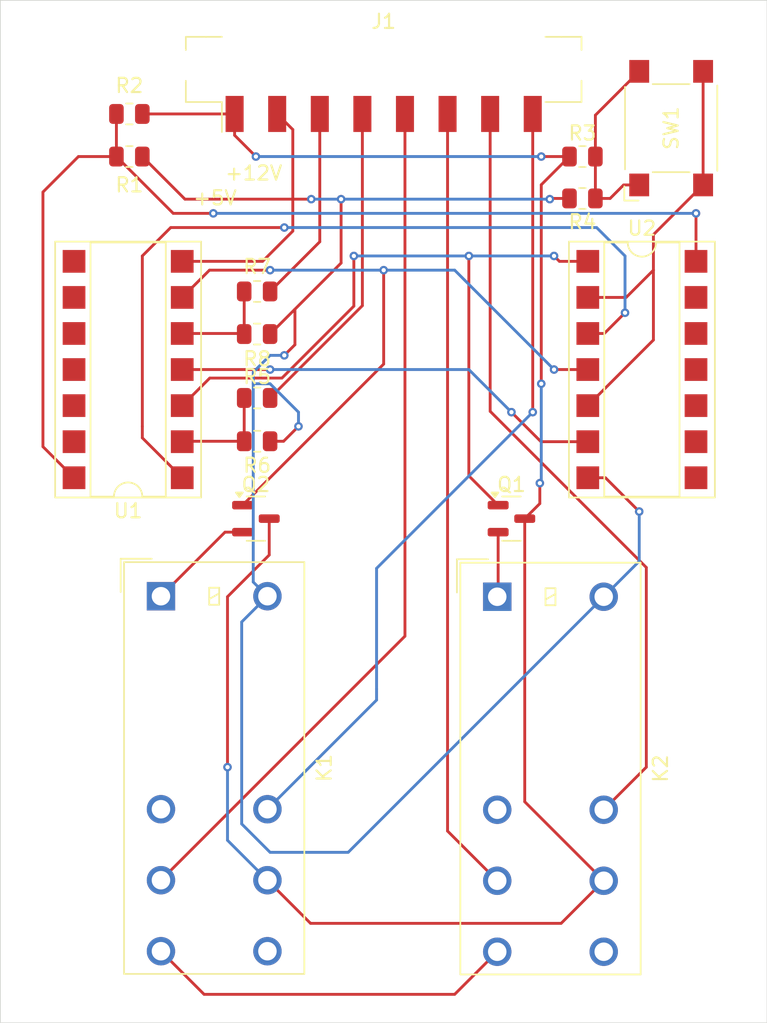
<source format=kicad_pcb>
(kicad_pcb (version 20240108) (generator "pcbnew") (generator_version "8.0")
  (layers (0 "F.Cu" signal) (31 "B.Cu" signal) (34 "B.Paste" user) (35 "F.Paste" user) (36 "B.SilkS" user "B.Silkscreen") (37 "F.SilkS" user "F.Silkscreen") (38 "B.Mask" user) (39 "F.Mask" user) (44 "Edge.Cuts" user))
  (net 0 "")
  (net 1 "SDC out")
  (net 2 "+12V")
  (net 3 "SDC in")
  (net 4 "BMS led")
  (net 5 "IMD error")
  (net 6 "IMD led")
  (net 7 "BMS error")
  (net 8 "GND")
  (net 10 "Net-(Q1-E)")
  (net 12 "Net-(K1-Pad14)")
  (net 14 "Net-(Q2-E)")
  (net 16 "IMD state")
  (net 17 "BMS state")
  (net 18 "Net-(R1-Pad1)")
  (net 19 "Net-(R3-Pad2)")
  (net 20 "Net-(U1E-VCC)")
  (net 21 "Net-(R7-Pad2)")
  (net 22 "Net-(SW1-Pad2)")
  (net 23 "Net-(U1-Pad1)")
  (net 24 "Net-(U1-Pad4)")
  (footprint "Package_TO_SOT_SMD:SOT-23" (layer "F.Cu") (at 184 84.5)
    (property "Reference" "Q1" (at 0 -2.4 0) (layer "F.SilkS"))
    (property "Value" "BC817")
    (fp_line (start 0 -1.56) (end -0.65 -1.56) (stroke (width 0.12)) (layer "F.SilkS"))
    (fp_line (start 0 -1.56) (end 0.65 -1.56) (stroke (width 0.12)) (layer "F.SilkS"))
    (fp_line (start 0 1.56) (end -0.65 1.56) (stroke (width 0.12)) (layer "F.SilkS"))
    (fp_line (start 0 1.56) (end 0.65 1.56) (stroke (width 0.12)) (layer "F.SilkS"))
    (fp_poly (pts (xy -1.1625 -1.51) (xy -1.4025 -1.84) (xy -0.9225 -1.84) (xy -1.1625 -1.51)) (stroke (width 0.12)) (fill solid) (layer "F.SilkS"))
    (pad "1" smd roundrect (at -0.9375 -0.95) (size 1.475 0.6) (layers "F.Cu" "F.Paste" "F.Mask") (net 17 "BMS state"))
    (pad "2" smd roundrect (at -0.9375 0.95) (size 1.475 0.6) (layers "F.Cu" "F.Paste" "F.Mask") (net 14 "Net-(Q2-E)"))
    (pad "3" smd roundrect (at 0.9375 0) (size 1.475 0.6) (layers "F.Cu" "F.Paste" "F.Mask") (net 2 "+12V"))
  )
  (footprint "Package_DIP:DIP-14_W7.62mm_SMDSocket_SmallPads" (layer "F.Cu") (at 157 74 180)
    (property "Reference" "U1" (at 0 -9.95 0) (layer "F.SilkS"))
    (property "Value" "74LS08")
    (fp_line (start 5.14 9.01) (end 5.14 -9.01) (stroke (width 0.12)) (layer "F.SilkS"))
    (fp_line (start 5.14 -9.01) (end -5.14 -9.01) (stroke (width 0.12)) (layer "F.SilkS"))
    (fp_line (start 2.65 8.95) (end 2.65 -8.95) (stroke (width 0.12)) (layer "F.SilkS"))
    (fp_line (start 2.65 -8.95) (end 1 -8.95) (stroke (width 0.12)) (layer "F.SilkS"))
    (fp_line (start -1 -8.95) (end -2.65 -8.95) (stroke (width 0.12)) (layer "F.SilkS"))
    (fp_line (start -2.65 8.95) (end 2.65 8.95) (stroke (width 0.12)) (layer "F.SilkS"))
    (fp_line (start -2.65 -8.95) (end -2.65 8.95) (stroke (width 0.12)) (layer "F.SilkS"))
    (fp_line (start -5.14 9.01) (end 5.14 9.01) (stroke (width 0.12)) (layer "F.SilkS"))
    (fp_line (start -5.14 -9.01) (end -5.14 9.01) (stroke (width 0.12)) (layer "F.SilkS"))
    (fp_arc (start 1 -8.95) (mid 0 -7.95) (end -1 -8.95) (stroke (width 0.12)) (layer "F.SilkS"))
    (pad "1" smd rect (at -3.81 -7.62 180) (size 1.6 1.6) (layers "F.Cu" "F.Paste" "F.Mask") (net 23 "Net-(U1-Pad1)"))
    (pad "2" smd rect (at -3.81 -5.08 180) (size 1.6 1.6) (layers "F.Cu" "F.Paste" "F.Mask") (net 18 "Net-(R1-Pad1)"))
    (pad "3" smd rect (at -3.81 -2.54 180) (size 1.6 1.6) (layers "F.Cu" "F.Paste" "F.Mask") (net 17 "BMS state"))
    (pad "4" smd rect (at -3.81 0 180) (size 1.6 1.6) (layers "F.Cu" "F.Paste" "F.Mask") (net 24 "Net-(U1-Pad4)"))
    (pad "5" smd rect (at -3.81 2.54 180) (size 1.6 1.6) (layers "F.Cu" "F.Paste" "F.Mask") (net 19 "Net-(R3-Pad2)"))
    (pad "6" smd rect (at -3.81 5.08 180) (size 1.6 1.6) (layers "F.Cu" "F.Paste" "F.Mask") (net 16 "IMD state"))
    (pad "7" smd rect (at -3.81 7.62 180) (size 1.6 1.6) (layers "F.Cu" "F.Paste" "F.Mask") (net 8 "GND"))
    (pad "8" smd rect (at 3.81 7.62 180) (size 1.6 1.6) (layers "F.Cu" "F.Paste" "F.Mask"))
    (pad "9" smd rect (at 3.81 5.08 180) (size 1.6 1.6) (layers "F.Cu" "F.Paste" "F.Mask"))
    (pad "10" smd rect (at 3.81 2.54 180) (size 1.6 1.6) (layers "F.Cu" "F.Paste" "F.Mask"))
    (pad "11" smd rect (at 3.81 0 180) (size 1.6 1.6) (layers "F.Cu" "F.Paste" "F.Mask"))
    (pad "12" smd rect (at 3.81 -2.54 180) (size 1.6 1.6) (layers "F.Cu" "F.Paste" "F.Mask"))
    (pad "13" smd rect (at 3.81 -5.08 180) (size 1.6 1.6) (layers "F.Cu" "F.Paste" "F.Mask"))
    (pad "14" smd rect (at 3.81 -7.62 180) (size 1.6 1.6) (layers "F.Cu" "F.Paste" "F.Mask") (net 20 "Net-(U1E-VCC)"))
  )
  (footprint "Resistor_SMD:R_0805_2012Metric" (layer "F.Cu") (at 157.0875 59)
    (property "Reference" "R1" (at 0 2 0) (layer "F.SilkS"))
    (property "Value" "10k")
    (fp_line (start -0.227064 -0.735) (end 0.227064 -0.735) (stroke (width 0.12)) (layer "F.SilkS"))
    (fp_line (start -0.227064 0.735) (end 0.227064 0.735) (stroke (width 0.12)) (layer "F.SilkS"))
    (pad "1" smd roundrect (at -0.9125 0) (size 1.025 1.4) (layers "F.Cu" "F.Paste" "F.Mask") (roundrect_rratio 0.243902) (net 20 "Net-(U1E-VCC)"))
    (pad "2" smd roundrect (at 0.9125 0) (size 1.025 1.4) (layers "F.Cu" "F.Paste" "F.Mask") (roundrect_rratio 0.243902) (net 8 "GND"))
  )
  (footprint "Resistor_SMD:R_0805_2012Metric" (layer "F.Cu") (at 166.0875 76 180)
    (property "Reference" "R5" (at 0 1.5 0) (layer "F.SilkS"))
    (property "Value" "14k")
    (fp_line (start -0.227064 0.735) (end 0.227064 0.735) (stroke (width 0.12)) (layer "F.SilkS"))
    (fp_line (start -0.227064 -0.735) (end 0.227064 -0.735) (stroke (width 0.12)) (layer "F.SilkS"))
    (pad "1" smd roundrect (at -0.9125 0 180) (size 1.025 1.4) (layers "F.Cu" "F.Paste" "F.Mask") (roundrect_rratio 0.243902) (net 7 "BMS error"))
    (pad "2" smd roundrect (at 0.9125 0 180) (size 1.025 1.4) (layers "F.Cu" "F.Paste" "F.Mask") (roundrect_rratio 0.243902) (net 18 "Net-(R1-Pad1)"))
  )
  (footprint "Button_Switch_SMD:SW_SPST_Omron_B3FS-105xP" (layer "F.Cu") (at 195.25 57 90)
    (property "Reference" "SW1" (at 0 0 90) (layer "F.SilkS"))
    (property "Value" "SW_Omron_B3FS")
    (fp_line (start -5.1 -3.3) (end -4.1 -3.3) (stroke (width 0.12)) (layer "F.SilkS"))
    (fp_line (start 2.9 -3.25) (end -2.9 -3.25) (stroke (width 0.12)) (layer "F.SilkS"))
    (fp_line (start -5.1 -2.3) (end -5.1 -3.3) (stroke (width 0.12)) (layer "F.SilkS"))
    (fp_line (start 3.1 -1.3) (end 3.1 1.3) (stroke (width 0.12)) (layer "F.SilkS"))
    (fp_line (start -3.1 -1.3) (end -3.1 1.3) (stroke (width 0.12)) (layer "F.SilkS"))
    (fp_line (start 3 3.25) (end -3 3.25) (stroke (width 0.12)) (layer "F.SilkS"))
    (pad "1" smd rect (at -4 -2.25 270) (size 1.6 1.4) (layers "F.Cu" "F.Paste" "F.Mask") (net 21 "Net-(R7-Pad2)"))
    (pad "1" smd rect (at 4 -2.25 270) (size 1.6 1.4) (layers "F.Cu" "F.Paste" "F.Mask") (net 21 "Net-(R7-Pad2)"))
    (pad "2" smd rect (at -4 2.25 270) (size 1.6 1.4) (layers "F.Cu" "F.Paste" "F.Mask") (net 22 "Net-(SW1-Pad2)"))
    (pad "2" smd rect (at 4 2.25 270) (size 1.6 1.4) (layers "F.Cu" "F.Paste" "F.Mask") (net 22 "Net-(SW1-Pad2)"))
  )
  (footprint "Relay_THT:Relay_DPDT_Omron_G2RL-2" (layer "F.Cu") (at 159.3125 89.9625)
    (property "Reference" "K1" (at 11.5 12.1 90) (layer "F.SilkS"))
    (property "Value" "G2RL-2")
    (fp_line (start -2.84 -2.64) (end -0.65 -2.64) (stroke (width 0.12)) (layer "F.SilkS"))
    (fp_line (start -2.84 -0.3) (end -2.84 -2.64) (stroke (width 0.12)) (layer "F.SilkS"))
    (fp_line (start -2.6 -2.4) (end -2.6 26.6) (stroke (width 0.12)) (layer "F.SilkS"))
    (fp_line (start -2.6 26.6) (end 10.1 26.6) (stroke (width 0.12)) (layer "F.SilkS"))
    (fp_line (start 3.4 -0.6) (end 3.4 0.6) (stroke (width 0.12)) (layer "F.SilkS"))
    (fp_line (start 3.4 0.2) (end 4.1 -0.2) (stroke (width 0.12)) (layer "F.SilkS"))
    (fp_line (start 3.4 0.6) (end 4.1 0.6) (stroke (width 0.12)) (layer "F.SilkS"))
    (fp_line (start 4.1 -0.6) (end 3.4 -0.6) (stroke (width 0.12)) (layer "F.SilkS"))
    (fp_line (start 4.1 0.6) (end 4.1 -0.6) (stroke (width 0.12)) (layer "F.SilkS"))
    (fp_line (start 10.1 -2.4) (end -2.6 -2.4) (stroke (width 0.12)) (layer "F.SilkS"))
    (fp_line (start 10.1 26.6) (end 10.1 -2.4) (stroke (width 0.12)) (layer "F.SilkS"))
    (pad "11" thru_hole circle (at 0 20) (size 2 2) (drill 1.3) (layers "*.Cu" "*.Mask") (net 1 "SDC out"))
    (pad "12" thru_hole circle (at 0 15) (size 2 2) (drill 1.3) (layers "*.Cu" "*.Mask"))
    (pad "14" thru_hole circle (at 0 25) (size 2 2) (drill 1.3) (layers "*.Cu" "*.Mask") (net 12 "Net-(K1-Pad14)"))
    (pad "21" thru_hole circle (at 7.5 20) (size 2 2) (drill 1.3) (layers "*.Cu" "*.Mask") (net 2 "+12V"))
    (pad "22" thru_hole circle (at 7.5 15) (size 2 2) (drill 1.3) (layers "*.Cu" "*.Mask") (net 6 "IMD led"))
    (pad "24" thru_hole circle (at 7.5 25) (size 2 2) (drill 1.3) (layers "*.Cu" "*.Mask"))
    (pad "A1" thru_hole rect (at 0 0) (size 2 2) (drill 1.3) (layers "*.Cu" "*.Mask") (net 10 "Net-(Q1-E)"))
    (pad "A2" thru_hole circle (at 7.5 0) (size 2 2) (drill 1.3) (layers "*.Cu" "*.Mask") (net 8 "GND"))
  )
  (footprint "Resistor_SMD:R_0805_2012Metric" (layer "F.Cu") (at 189 59)
    (property "Reference" "R3" (at 0 -1.65 0) (layer "F.SilkS"))
    (property "Value" "14k")
    (fp_line (start -0.227064 -0.735) (end 0.227064 -0.735) (stroke (width 0.12)) (layer "F.SilkS"))
    (fp_line (start -0.227064 0.735) (end 0.227064 0.735) (stroke (width 0.12)) (layer "F.SilkS"))
    (pad "1" smd roundrect (at -0.9125 0) (size 1.025 1.4) (layers "F.Cu" "F.Paste" "F.Mask") (roundrect_rratio 0.243902) (net 2 "+12V"))
    (pad "2" smd roundrect (at 0.9125 0) (size 1.025 1.4) (layers "F.Cu" "F.Paste" "F.Mask") (roundrect_rratio 0.243902) (net 21 "Net-(R7-Pad2)"))
  )
  (footprint "Resistor_SMD:R_0805_2012Metric" (layer "F.Cu") (at 166.0875 79.05)
    (property "Reference" "R6" (at 0 1.7 0) (layer "F.SilkS"))
    (property "Value" "10k")
    (fp_line (start -0.227064 -0.735) (end 0.227064 -0.735) (stroke (width 0.12)) (layer "F.SilkS"))
    (fp_line (start -0.227064 0.735) (end 0.227064 0.735) (stroke (width 0.12)) (layer "F.SilkS"))
    (pad "1" smd roundrect (at -0.9125 0) (size 1.025 1.4) (layers "F.Cu" "F.Paste" "F.Mask") (roundrect_rratio 0.243902) (net 18 "Net-(R1-Pad1)"))
    (pad "2" smd roundrect (at 0.9125 0) (size 1.025 1.4) (layers "F.Cu" "F.Paste" "F.Mask") (roundrect_rratio 0.243902) (net 8 "GND"))
  )
  (footprint "Package_TO_SOT_SMD:SOT-23" (layer "F.Cu") (at 166 84.5)
    (property "Reference" "Q2" (at 0 -2.4 0) (layer "F.SilkS"))
    (property "Value" "BC817")
    (fp_line (start 0 -1.56) (end -0.65 -1.56) (stroke (width 0.12)) (layer "F.SilkS"))
    (fp_line (start 0 -1.56) (end 0.65 -1.56) (stroke (width 0.12)) (layer "F.SilkS"))
    (fp_line (start 0 1.56) (end -0.65 1.56) (stroke (width 0.12)) (layer "F.SilkS"))
    (fp_line (start 0 1.56) (end 0.65 1.56) (stroke (width 0.12)) (layer "F.SilkS"))
    (fp_poly (pts (xy -1.1625 -1.51) (xy -1.4025 -1.84) (xy -0.9225 -1.84) (xy -1.1625 -1.51)) (stroke (width 0.12)) (fill solid) (layer "F.SilkS"))
    (pad "1" smd roundrect (at -0.9375 -0.95) (size 1.475 0.6) (layers "F.Cu" "F.Paste" "F.Mask") (net 16 "IMD state"))
    (pad "2" smd roundrect (at -0.9375 0.95) (size 1.475 0.6) (layers "F.Cu" "F.Paste" "F.Mask") (net 10 "Net-(Q1-E)"))
    (pad "3" smd roundrect (at 0.9375 0) (size 1.475 0.6) (layers "F.Cu" "F.Paste" "F.Mask") (net 2 "+12V"))
  )
  (footprint "Relay_THT:Relay_DPDT_Omron_G2RL-2" (layer "F.Cu") (at 183 90)
    (property "Reference" "K2" (at 11.5 12.1 90) (layer "F.SilkS"))
    (property "Value" "G2RL-2")
    (fp_line (start -2.84 -2.64) (end -0.65 -2.64) (stroke (width 0.12)) (layer "F.SilkS"))
    (fp_line (start -2.84 -0.3) (end -2.84 -2.64) (stroke (width 0.12)) (layer "F.SilkS"))
    (fp_line (start -2.6 -2.4) (end -2.6 26.6) (stroke (width 0.12)) (layer "F.SilkS"))
    (fp_line (start -2.6 26.6) (end 10.1 26.6) (stroke (width 0.12)) (layer "F.SilkS"))
    (fp_line (start 3.4 -0.6) (end 3.4 0.6) (stroke (width 0.12)) (layer "F.SilkS"))
    (fp_line (start 3.4 0.2) (end 4.1 -0.2) (stroke (width 0.12)) (layer "F.SilkS"))
    (fp_line (start 3.4 0.6) (end 4.1 0.6) (stroke (width 0.12)) (layer "F.SilkS"))
    (fp_line (start 4.1 -0.6) (end 3.4 -0.6) (stroke (width 0.12)) (layer "F.SilkS"))
    (fp_line (start 4.1 0.6) (end 4.1 -0.6) (stroke (width 0.12)) (layer "F.SilkS"))
    (fp_line (start 10.1 -2.4) (end -2.6 -2.4) (stroke (width 0.12)) (layer "F.SilkS"))
    (fp_line (start 10.1 26.6) (end 10.1 -2.4) (stroke (width 0.12)) (layer "F.SilkS"))
    (pad "11" thru_hole circle (at 0 20) (size 2 2) (drill 1.3) (layers "*.Cu" "*.Mask") (net 3 "SDC in"))
    (pad "12" thru_hole circle (at 0 15) (size 2 2) (drill 1.3) (layers "*.Cu" "*.Mask"))
    (pad "14" thru_hole circle (at 0 25) (size 2 2) (drill 1.3) (layers "*.Cu" "*.Mask") (net 12 "Net-(K1-Pad14)"))
    (pad "21" thru_hole circle (at 7.5 20) (size 2 2) (drill 1.3) (layers "*.Cu" "*.Mask") (net 2 "+12V"))
    (pad "22" thru_hole circle (at 7.5 15) (size 2 2) (drill 1.3) (layers "*.Cu" "*.Mask") (net 4 "BMS led"))
    (pad "24" thru_hole circle (at 7.5 25) (size 2 2) (drill 1.3) (layers "*.Cu" "*.Mask"))
    (pad "A1" thru_hole rect (at 0 0) (size 2 2) (drill 1.3) (layers "*.Cu" "*.Mask") (net 14 "Net-(Q2-E)"))
    (pad "A2" thru_hole circle (at 7.5 0) (size 2 2) (drill 1.3) (layers "*.Cu" "*.Mask") (net 8 "GND"))
  )
  (footprint "Package_DIP:DIP-14_W7.62mm_SMDSocket_SmallPads" (layer "F.Cu") (at 193.19 74)
    (property "Reference" "U2" (at 0 -9.95 0) (layer "F.SilkS"))
    (property "Value" "74LS32")
    (fp_line (start -5.14 -9.01) (end -5.14 9.01) (stroke (width 0.12)) (layer "F.SilkS"))
    (fp_line (start -5.14 9.01) (end 5.14 9.01) (stroke (width 0.12)) (layer "F.SilkS"))
    (fp_line (start -2.65 -8.95) (end -2.65 8.95) (stroke (width 0.12)) (layer "F.SilkS"))
    (fp_line (start -2.65 8.95) (end 2.65 8.95) (stroke (width 0.12)) (layer "F.SilkS"))
    (fp_line (start -1 -8.95) (end -2.65 -8.95) (stroke (width 0.12)) (layer "F.SilkS"))
    (fp_line (start 2.65 -8.95) (end 1 -8.95) (stroke (width 0.12)) (layer "F.SilkS"))
    (fp_line (start 2.65 8.95) (end 2.65 -8.95) (stroke (width 0.12)) (layer "F.SilkS"))
    (fp_line (start 5.14 -9.01) (end -5.14 -9.01) (stroke (width 0.12)) (layer "F.SilkS"))
    (fp_line (start 5.14 9.01) (end 5.14 -9.01) (stroke (width 0.12)) (layer "F.SilkS"))
    (fp_arc (start 1 -8.95) (mid 0 -7.95) (end -1 -8.95) (stroke (width 0.12)) (layer "F.SilkS"))
    (pad "1" smd rect (at -3.81 -7.62) (size 1.6 1.6) (layers "F.Cu" "F.Paste" "F.Mask") (net 17 "BMS state"))
    (pad "2" smd rect (at -3.81 -5.08) (size 1.6 1.6) (layers "F.Cu" "F.Paste" "F.Mask") (net 22 "Net-(SW1-Pad2)"))
    (pad "3" smd rect (at -3.81 -2.54) (size 1.6 1.6) (layers "F.Cu" "F.Paste" "F.Mask") (net 23 "Net-(U1-Pad1)"))
    (pad "4" smd rect (at -3.81 0) (size 1.6 1.6) (layers "F.Cu" "F.Paste" "F.Mask") (net 16 "IMD state"))
    (pad "5" smd rect (at -3.81 2.54) (size 1.6 1.6) (layers "F.Cu" "F.Paste" "F.Mask") (net 22 "Net-(SW1-Pad2)"))
    (pad "6" smd rect (at -3.81 5.08) (size 1.6 1.6) (layers "F.Cu" "F.Paste" "F.Mask") (net 24 "Net-(U1-Pad4)"))
    (pad "7" smd rect (at -3.81 7.62) (size 1.6 1.6) (layers "F.Cu" "F.Paste" "F.Mask") (net 8 "GND"))
    (pad "8" smd rect (at 3.81 7.62) (size 1.6 1.6) (layers "F.Cu" "F.Paste" "F.Mask"))
    (pad "9" smd rect (at 3.81 5.08) (size 1.6 1.6) (layers "F.Cu" "F.Paste" "F.Mask"))
    (pad "10" smd rect (at 3.81 2.54) (size 1.6 1.6) (layers "F.Cu" "F.Paste" "F.Mask"))
    (pad "11" smd rect (at 3.81 0) (size 1.6 1.6) (layers "F.Cu" "F.Paste" "F.Mask"))
    (pad "12" smd rect (at 3.81 -2.54) (size 1.6 1.6) (layers "F.Cu" "F.Paste" "F.Mask"))
    (pad "13" smd rect (at 3.81 -5.08) (size 1.6 1.6) (layers "F.Cu" "F.Paste" "F.Mask"))
    (pad "14" smd rect (at 3.81 -7.62) (size 1.6 1.6) (layers "F.Cu" "F.Paste" "F.Mask") (net 20 "Net-(U1E-VCC)"))
  )
  (footprint "Resistor_SMD:R_0805_2012Metric" (layer "F.Cu") (at 166.0875 68.5 180)
    (property "Reference" "R7" (at 0 1.75 0) (layer "F.SilkS"))
    (property "Value" "14k")
    (fp_line (start -0.227064 0.735) (end 0.227064 0.735) (stroke (width 0.12)) (layer "F.SilkS"))
    (fp_line (start -0.227064 -0.735) (end 0.227064 -0.735) (stroke (width 0.12)) (layer "F.SilkS"))
    (pad "1" smd roundrect (at -0.9125 0 180) (size 1.025 1.4) (layers "F.Cu" "F.Paste" "F.Mask") (roundrect_rratio 0.243902) (net 5 "IMD error"))
    (pad "2" smd roundrect (at 0.9125 0 180) (size 1.025 1.4) (layers "F.Cu" "F.Paste" "F.Mask") (roundrect_rratio 0.243902) (net 19 "Net-(R3-Pad2)"))
  )
  (footprint "Resistor_SMD:R_0805_2012Metric" (layer "F.Cu") (at 157.0875 56 180)
    (property "Reference" "R2" (at 0 2 0) (layer "F.SilkS"))
    (property "Value" "14k")
    (fp_line (start -0.227064 0.735) (end 0.227064 0.735) (stroke (width 0.12)) (layer "F.SilkS"))
    (fp_line (start -0.227064 -0.735) (end 0.227064 -0.735) (stroke (width 0.12)) (layer "F.SilkS"))
    (pad "1" smd roundrect (at -0.9125 0 180) (size 1.025 1.4) (layers "F.Cu" "F.Paste" "F.Mask") (roundrect_rratio 0.243902) (net 2 "+12V"))
    (pad "2" smd roundrect (at 0.9125 0 180) (size 1.025 1.4) (layers "F.Cu" "F.Paste" "F.Mask") (roundrect_rratio 0.243902) (net 20 "Net-(U1E-VCC)"))
  )
  (footprint "Resistor_SMD:R_0805_2012Metric" (layer "F.Cu") (at 189 61.95 180)
    (property "Reference" "R4" (at 0 -1.65 0) (layer "F.SilkS"))
    (property "Value" "10k")
    (fp_line (start -0.227064 0.735) (end 0.227064 0.735) (stroke (width 0.12)) (layer "F.SilkS"))
    (fp_line (start -0.227064 -0.735) (end 0.227064 -0.735) (stroke (width 0.12)) (layer "F.SilkS"))
    (pad "1" smd roundrect (at -0.9125 0 180) (size 1.025 1.4) (layers "F.Cu" "F.Paste" "F.Mask") (roundrect_rratio 0.243902) (net 21 "Net-(R7-Pad2)"))
    (pad "2" smd roundrect (at 0.9125 0 180) (size 1.025 1.4) (layers "F.Cu" "F.Paste" "F.Mask") (roundrect_rratio 0.243902) (net 8 "GND"))
  )
  (footprint "Resistor_SMD:R_0805_2012Metric" (layer "F.Cu") (at 166.0875 71.5)
    (property "Reference" "R8" (at 0 1.75 0) (layer "F.SilkS"))
    (property "Value" "10k")
    (fp_line (start -0.227064 -0.735) (end 0.227064 -0.735) (stroke (width 0.12)) (layer "F.SilkS"))
    (fp_line (start -0.227064 0.735) (end 0.227064 0.735) (stroke (width 0.12)) (layer "F.SilkS"))
    (pad "1" smd roundrect (at -0.9125 0) (size 1.025 1.4) (layers "F.Cu" "F.Paste" "F.Mask") (roundrect_rratio 0.243902) (net 19 "Net-(R3-Pad2)"))
    (pad "2" smd roundrect (at 0.9125 0) (size 1.025 1.4) (layers "F.Cu" "F.Paste" "F.Mask") (roundrect_rratio 0.243902) (net 8 "GND"))
  )
  (footprint "Connector_Molex:Molex_Micro-Fit_3.0_43650-0821_1x08_P3.00mm_Vertical" (layer "F.Cu") (at 175 52.865)
    (property "Reference" "J1" (at 0 -3.38 0) (layer "F.SilkS"))
    (property "Value" "Conn_01x08_Socket")
    (fp_line (start -13.935 -2.295) (end -12.515 -2.295) (stroke (width 0.12)) (layer "F.SilkS"))
    (fp_line (start -13.935 -1.37) (end -13.935 -2.295) (stroke (width 0.12)) (layer "F.SilkS"))
    (fp_line (start -13.935 0.8) (end -13.935 2.295) (stroke (width 0.12)) (layer "F.SilkS"))
    (fp_line (start -13.935 2.295) (end -11.395 2.295) (stroke (width 0.12)) (layer "F.SilkS"))
    (fp_line (start -12.515 -2.295) (end -12.515 -2.295) (stroke (width 0.12)) (layer "F.SilkS"))
    (fp_line (start -12.515 -2.295) (end -11.395 -2.295) (stroke (width 0.12)) (layer "F.SilkS"))
    (fp_line (start -11.395 2.295) (end -11.395 4.405) (stroke (width 0.12)) (layer "F.SilkS"))
    (fp_line (start 12.515 -2.295) (end 11.395 -2.295) (stroke (width 0.12)) (layer "F.SilkS"))
    (fp_line (start 12.515 -2.295) (end 12.515 -2.295) (stroke (width 0.12)) (layer "F.SilkS"))
    (fp_line (start 13.935 -2.295) (end 12.515 -2.295) (stroke (width 0.12)) (layer "F.SilkS"))
    (fp_line (start 13.935 -1.37) (end 13.935 -2.295) (stroke (width 0.12)) (layer "F.SilkS"))
    (fp_line (start 13.935 0.8) (end 13.935 2.295) (stroke (width 0.12)) (layer "F.SilkS"))
    (fp_line (start 13.935 2.295) (end 11.395 2.295) (stroke (width 0.12)) (layer "F.SilkS"))
    (pad "" np_thru_hole circle (at -12.65 -0.285) (size 2.41 2.41) (drill 2.41) (layers "*.Cu" "*.Mask"))
    (pad "" np_thru_hole circle (at 12.65 -0.285) (size 2.41 2.41) (drill 2.41) (layers "*.Cu" "*.Mask"))
    (pad "1" smd rect (at -10.5 3.135) (size 1.27 2.54) (layers "F.Cu" "F.Paste" "F.Mask") (net 2 "+12V"))
    (pad "2" smd rect (at -7.5 3.135) (size 1.27 2.54) (layers "F.Cu" "F.Paste" "F.Mask") (net 8 "GND"))
    (pad "3" smd rect (at -4.5 3.135) (size 1.27 2.54) (layers "F.Cu" "F.Paste" "F.Mask") (net 5 "IMD error"))
    (pad "4" smd rect (at -1.5 3.135) (size 1.27 2.54) (layers "F.Cu" "F.Paste" "F.Mask") (net 7 "BMS error"))
    (pad "5" smd rect (at 1.5 3.135) (size 1.27 2.54) (layers "F.Cu" "F.Paste" "F.Mask") (net 1 "SDC out"))
    (pad "6" smd rect (at 4.5 3.135) (size 1.27 2.54) (layers "F.Cu" "F.Paste" "F.Mask") (net 3 "SDC in"))
    (pad "7" smd rect (at 7.5 3.135) (size 1.27 2.54) (layers "F.Cu" "F.Paste" "F.Mask") (net 4 "BMS led"))
    (pad "8" smd rect (at 10.5 3.135) (size 1.27 2.54) (layers "F.Cu" "F.Paste" "F.Mask") (net 6 "IMD led"))
  )
  (gr_rect (start 148 48) (end 202 120) (stroke (width 0.05)) (fill none) (layer "Edge.Cuts"))
  (gr_text "+5V" (at 161.5 62.5 0) (layer "F.SilkS") (effects (font (size 1 1)) (justify left bottom)))
  (gr_text "+12V" (at 163.75 60.75 0) (layer "F.SilkS") (effects (font (size 1 1)) (justify left bottom)))
  (segment (start 176.5 56) (end 176.5 92.775) (width 0.2) (layer "F.Cu") (net 1))
  (segment (start 176.5 92.775) (end 159.3125 109.9625) (width 0.2) (layer "F.Cu") (net 1))
  (segment (start 186 83.4375) (end 186 82) (width 0.2) (layer "F.Cu") (net 2))
  (segment (start 184.9375 104.4375) (end 184.9375 84.5) (width 0.2) (layer "F.Cu") (net 2))
  (segment (start 190.5 110) (end 187.5 113) (width 0.2) (layer "F.Cu") (net 2))
  (segment (start 186.1 59) (end 188.0875 59) (width 0.2) (layer "F.Cu") (net 2))
  (segment (start 166.9375 84.5) (end 166.9375 87.0625) (width 0.2) (layer "F.Cu") (net 2))
  (segment (start 190.5 110) (end 184.9375 104.4375) (width 0.2) (layer "F.Cu") (net 2))
  (segment (start 164 90) (end 164 102) (width 0.2) (layer "F.Cu") (net 2))
  (segment (start 186.1 60.9875) (end 186.1 75) (width 0.2) (layer "F.Cu") (net 2))
  (segment (start 166.9375 87.0625) (end 164 90) (width 0.2) (layer "F.Cu") (net 2))
  (segment (start 184.9375 84.5) (end 186 83.4375) (width 0.2) (layer "F.Cu") (net 2))
  (segment (start 164.5 57.5) (end 166 59) (width 0.2) (layer "F.Cu") (net 2))
  (segment (start 164.5 56) (end 158 56) (width 0.2) (layer "F.Cu") (net 2))
  (segment (start 188.0875 59) (end 186.1 60.9875) (width 0.2) (layer "F.Cu") (net 2))
  (segment (start 187.5 113) (end 169.85 113) (width 0.2) (layer "F.Cu") (net 2))
  (segment (start 164.5 56) (end 164.5 57.5) (width 0.2) (layer "F.Cu") (net 2))
  (segment (start 169.85 113) (end 166.8125 109.9625) (width 0.2) (layer "F.Cu") (net 2))
  (via (at 164 102) (size 0.6) (drill 0.3) (layers "F.Cu" "B.Cu") (net 2))
  (via (at 166 59) (size 0.6) (drill 0.3) (layers "F.Cu" "B.Cu") (net 2))
  (via (at 186 82) (size 0.6) (drill 0.3) (layers "F.Cu" "B.Cu") (net 2))
  (via (at 186.1 75) (size 0.6) (drill 0.3) (layers "F.Cu" "B.Cu") (net 2))
  (via (at 186.1 59) (size 0.6) (drill 0.3) (layers "F.Cu" "B.Cu") (net 2))
  (segment (start 164 107.15) (end 166.8125 109.9625) (width 0.2) (layer "B.Cu") (net 2))
  (segment (start 164 102) (end 164 107.15) (width 0.2) (layer "B.Cu") (net 2))
  (segment (start 166 59) (end 186.1 59) (width 0.2) (layer "B.Cu") (net 2))
  (segment (start 186.1 81.9) (end 186 82) (width 0.2) (layer "B.Cu") (net 2))
  (segment (start 186.1 75) (end 186.1 81.9) (width 0.2) (layer "B.Cu") (net 2))
  (segment (start 179.5 56) (end 179.5 106.5) (width 0.2) (layer "F.Cu") (net 3))
  (segment (start 179.5 106.5) (end 183 110) (width 0.2) (layer "F.Cu") (net 3))
  (segment (start 182.5 76.94) (end 193.5 87.94) (width 0.2) (layer "F.Cu") (net 4))
  (segment (start 182.5 56) (end 182.5 76.94) (width 0.2) (layer "F.Cu") (net 4))
  (segment (start 193.5 102) (end 190.5 105) (width 0.2) (layer "F.Cu") (net 4))
  (segment (start 193.5 87.94) (end 193.5 102) (width 0.2) (layer "F.Cu") (net 4))
  (segment (start 170.5 65) (end 167 68.5) (width 0.2) (layer "F.Cu") (net 5))
  (segment (start 170.5 56) (end 170.5 65) (width 0.2) (layer "F.Cu") (net 5))
  (segment (start 185.5 77) (end 185.5 56) (width 0.2) (layer "F.Cu") (net 6))
  (via (at 185.5 77) (size 0.6) (drill 0.3) (layers "F.Cu" "B.Cu") (net 6))
  (segment (start 174.5 88) (end 185.5 77) (width 0.2) (layer "B.Cu") (net 6))
  (segment (start 166.8125 104.9625) (end 174.5 97.275) (width 0.2) (layer "B.Cu") (net 6))
  (segment (start 174.5 97.275) (end 174.5 96.5) (width 0.2) (layer "B.Cu") (net 6))
  (segment (start 174.5 96.5) (end 174.5 88) (width 0.2) (layer "B.Cu") (net 6))
  (segment (start 173.5 69.5) (end 167 76) (width 0.2) (layer "F.Cu") (net 7))
  (segment (start 173.5 56) (end 173.5 69.5) (width 0.2) (layer "F.Cu") (net 7))
  (segment (start 167 79.05) (end 167.95 79.05) (width 0.2) (layer "F.Cu") (net 8))
  (segment (start 172 66.5) (end 172 62) (width 0.2) (layer "F.Cu") (net 8))
  (segment (start 161 62) (end 168.6 62) (width 0.2) (layer "F.Cu") (net 8))
  (segment (start 168.6 64.248529) (end 166.468529 66.38) (width 0.2) (layer "F.Cu") (net 8))
  (segment (start 167.95 79.05) (end 169 78) (width 0.2) (layer "F.Cu") (net 8))
  (segment (start 167 71.5) (end 168.75 69.75) (width 0.2) (layer "F.Cu") (net 8))
  (segment (start 168.75 72.25) (end 168 73) (width 0.2) (layer "F.Cu") (net 8))
  (segment (start 188.0875 61.95) (end 186.75 61.95) (width 0.2) (layer "F.Cu") (net 8))
  (segment (start 189.38 81.62) (end 190.62 81.62) (width 0.2) (layer "F.Cu") (net 8))
  (segment (start 168.75 69.75) (end 172 66.5) (width 0.2) (layer "F.Cu") (net 8))
  (segment (start 186.75 61.95) (end 186.7 62) (width 0.2) (layer "F.Cu") (net 8))
  (segment (start 167.5 56) (end 168.6 57.1) (width 0.2) (layer "F.Cu") (net 8))
  (segment (start 158 59) (end 161 62) (width 0.2) (layer "F.Cu") (net 8))
  (segment (start 168.75 69.75) (end 168.75 72.25) (width 0.2) (layer "F.Cu") (net 8))
  (segment (start 190.62 81.62) (end 193 84) (width 0.2) (layer "F.Cu") (net 8))
  (segment (start 168.6 62) (end 168.6 64.248529) (width 0.2) (layer "F.Cu") (net 8))
  (segment (start 168.6 57.1) (end 168.6 62) (width 0.2) (layer "F.Cu") (net 8))
  (segment (start 169.9 62) (end 168.6 62) (width 0.2) (layer "F.Cu") (net 8))
  (segment (start 166.468529 66.38) (end 160.81 66.38) (width 0.2) (layer "F.Cu") (net 8))
  (via (at 172 62) (size 0.6) (drill 0.3) (layers "F.Cu" "B.Cu") (net 8))
  (via (at 168 73) (size 0.6) (drill 0.3) (layers "F.Cu" "B.Cu") (net 8))
  (via (at 186.7 62) (size 0.6) (drill 0.3) (layers "F.Cu" "B.Cu") (net 8))
  (via (at 169 78) (size 0.6) (drill 0.3) (layers "F.Cu" "B.Cu") (net 8))
  (via (at 169.9 62) (size 0.6) (drill 0.3) (layers "F.Cu" "B.Cu") (net 8))
  (via (at 193 84) (size 0.6) (drill 0.3) (layers "F.Cu" "B.Cu") (net 8))
  (segment (start 193 84) (end 193 87.5) (width 0.2) (layer "B.Cu") (net 8))
  (segment (start 165.8125 74.1875) (end 165.8125 75) (width 0.2) (layer "B.Cu") (net 8))
  (segment (start 165 91.775) (end 165 106) (width 0.2) (layer "B.Cu") (net 8))
  (segment (start 193 87.5) (end 190.5 90) (width 0.2) (layer "B.Cu") (net 8))
  (segment (start 168 73) (end 167 73) (width 0.2) (layer "B.Cu") (net 8))
  (segment (start 166.8125 89.9625) (end 165 91.775) (width 0.2) (layer "B.Cu") (net 8))
  (segment (start 186.7 62) (end 169.9 62) (width 0.2) (layer "B.Cu") (net 8))
  (segment (start 167 73) (end 165.8125 74.1875) (width 0.2) (layer "B.Cu") (net 8))
  (segment (start 167 75) (end 165.8125 75) (width 0.2) (layer "B.Cu") (net 8))
  (segment (start 172.5 108) (end 190.5 90) (width 0.2) (layer "B.Cu") (net 8))
  (segment (start 169 78) (end 169 77) (width 0.2) (layer "B.Cu") (net 8))
  (segment (start 169 77) (end 167 75) (width 0.2) (layer "B.Cu") (net 8))
  (segment (start 165.8125 75) (end 165.8125 88.9625) (width 0.2) (layer "B.Cu") (net 8))
  (segment (start 165 106) (end 167 108) (width 0.2) (layer "B.Cu") (net 8))
  (segment (start 165.8125 88.9625) (end 166.8125 89.9625) (width 0.2) (layer "B.Cu") (net 8))
  (segment (start 167 108) (end 172.5 108) (width 0.2) (layer "B.Cu") (net 8))
  (segment (start 163.825 85.45) (end 159.3125 89.9625) (width 0.2) (layer "F.Cu") (net 10))
  (segment (start 165.0625 85.45) (end 163.825 85.45) (width 0.2) (layer "F.Cu") (net 10))
  (segment (start 180 118) (end 183 115) (width 0.2) (layer "F.Cu") (net 12))
  (segment (start 159.3125 114.9625) (end 162.35 118) (width 0.2) (layer "F.Cu") (net 12))
  (segment (start 162.35 118) (end 180 118) (width 0.2) (layer "F.Cu") (net 12))
  (segment (start 183.0625 85.45) (end 183.0625 89.9375) (width 0.2) (layer "F.Cu") (net 14))
  (segment (start 183.0625 89.9375) (end 183 90) (width 0.2) (layer "F.Cu") (net 14))
  (segment (start 175 73.6125) (end 165.0625 83.55) (width 0.2) (layer "F.Cu") (net 16))
  (segment (start 187 74) (end 189.38 74) (width 0.2) (layer "F.Cu") (net 16))
  (segment (start 160.81 68.92) (end 162.73 67) (width 0.2) (layer "F.Cu") (net 16))
  (segment (start 162.73 67) (end 167 67) (width 0.2) (layer "F.Cu") (net 16))
  (segment (start 175 67) (end 175 73.6125) (width 0.2) (layer "F.Cu") (net 16))
  (via (at 167 67) (size 0.6) (drill 0.3) (layers "F.Cu" "B.Cu") (net 16))
  (via (at 175 67) (size 0.6) (drill 0.3) (layers "F.Cu" "B.Cu") (net 16))
  (via (at 187 74) (size 0.6) (drill 0.3) (layers "F.Cu" "B.Cu") (net 16))
  (segment (start 167 67) (end 175 67) (width 0.2) (layer "B.Cu") (net 16))
  (segment (start 180 67) (end 187 74) (width 0.2) (layer "B.Cu") (net 16))
  (segment (start 175 67) (end 180 67) (width 0.2) (layer "B.Cu") (net 16))
  (segment (start 160.81 76.54) (end 162.75 74.6) (width 0.2) (layer "F.Cu") (net 17))
  (segment (start 187 66) (end 187.38 66.38) (width 0.2) (layer "F.Cu") (net 17))
  (segment (start 187.38 66.38) (end 189.38 66.38) (width 0.2) (layer "F.Cu") (net 17))
  (segment (start 181 66) (end 181 81.4875) (width 0.2) (layer "F.Cu") (net 17))
  (segment (start 162.75 74.6) (end 167.834314 74.6) (width 0.2) (layer "F.Cu") (net 17))
  (segment (start 172.9 69.534314) (end 172.9 66) (width 0.2) (layer "F.Cu") (net 17))
  (segment (start 181 81.4875) (end 183.0625 83.55) (width 0.2) (layer "F.Cu") (net 17))
  (segment (start 167.834314 74.6) (end 172.9 69.534314) (width 0.2) (layer "F.Cu") (net 17))
  (via (at 187 66) (size 0.6) (drill 0.3) (layers "F.Cu" "B.Cu") (net 17))
  (via (at 172.9 66) (size 0.6) (drill 0.3) (layers "F.Cu" "B.Cu") (net 17))
  (via (at 181 66) (size 0.6) (drill 0.3) (layers "F.Cu" "B.Cu") (net 17))
  (segment (start 172.9 66) (end 181 66) (width 0.2) (layer "B.Cu") (net 17))
  (segment (start 181 66) (end 187 66) (width 0.2) (layer "B.Cu") (net 17))
  (segment (start 160.84 79.05) (end 160.81 79.08) (width 0.2) (layer "F.Cu") (net 18))
  (segment (start 165.175 76) (end 165.175 79.05) (width 0.2) (layer "F.Cu") (net 18))
  (segment (start 165.175 79.05) (end 160.84 79.05) (width 0.2) (layer "F.Cu") (net 18))
  (segment (start 165.135 71.46) (end 165.175 71.5) (width 0.2) (layer "F.Cu") (net 19))
  (segment (start 160.81 71.46) (end 165.135 71.46) (width 0.2) (layer "F.Cu") (net 19))
  (segment (start 165.175 68.5) (end 165.175 71.5) (width 0.2) (layer "F.Cu") (net 19))
  (segment (start 156.175 59) (end 160.175 63) (width 0.2) (layer "F.Cu") (net 20))
  (segment (start 151 61.5) (end 151 79.43) (width 0.2) (layer "F.Cu") (net 20))
  (segment (start 156.175 59) (end 153.5 59) (width 0.2) (layer "F.Cu") (net 20))
  (segment (start 151 79.43) (end 153.19 81.62) (width 0.2) (layer "F.Cu") (net 20))
  (segment (start 197 63) (end 197 66.38) (width 0.2) (layer "F.Cu") (net 20))
  (segment (start 160.175 63) (end 163 63) (width 0.2) (layer "F.Cu") (net 20))
  (segment (start 156.175 56) (end 156.175 59) (width 0.2) (layer "F.Cu") (net 20))
  (segment (start 153.5 59) (end 151 61.5) (width 0.2) (layer "F.Cu") (net 20))
  (via (at 197 63) (size 0.6) (drill 0.3) (layers "F.Cu" "B.Cu") (net 20))
  (via (at 163 63) (size 0.6) (drill 0.3) (layers "F.Cu" "B.Cu") (net 20))
  (segment (start 163 63) (end 197 63) (width 0.2) (layer "B.Cu") (net 20))
  (segment (start 189.9125 56.0875) (end 193 53) (width 0.2) (layer "F.Cu") (net 21))
  (segment (start 189.9125 61.95) (end 190.95 61.95) (width 0.2) (layer "F.Cu") (net 21))
  (segment (start 189.9125 59) (end 189.9125 56.0875) (width 0.2) (layer "F.Cu") (net 21))
  (segment (start 190.95 61.95) (end 191.9 61) (width 0.2) (layer "F.Cu") (net 21))
  (segment (start 189.9125 61.95) (end 189.9125 59) (width 0.2) (layer "F.Cu") (net 21))
  (segment (start 191.9 61) (end 193 61) (width 0.2) (layer "F.Cu") (net 21))
  (segment (start 189.38 68.92) (end 192.08 68.92) (width 0.2) (layer "F.Cu") (net 22))
  (segment (start 194 67) (end 194 71.92) (width 0.2) (layer "F.Cu") (net 22))
  (segment (start 192.08 68.92) (end 194 67) (width 0.2) (layer "F.Cu") (net 22))
  (segment (start 194 64.5) (end 194 67) (width 0.2) (layer "F.Cu") (net 22))
  (segment (start 197.5 61) (end 194 64.5) (width 0.2) (layer "F.Cu") (net 22))
  (segment (start 197.5 61) (end 197.5 53) (width 0.2) (layer "F.Cu") (net 22))
  (segment (start 194 71.92) (end 189.38 76.54) (width 0.2) (layer "F.Cu") (net 22))
  (segment (start 160.81 81.62) (end 158 78.81) (width 0.2) (layer "F.Cu") (net 23))
  (segment (start 158 66) (end 160 64) (width 0.2) (layer "F.Cu") (net 23))
  (segment (start 190.54 71.46) (end 189.38 71.46) (width 0.2) (layer "F.Cu") (net 23))
  (segment (start 158 78.81) (end 158 78) (width 0.2) (layer "F.Cu") (net 23))
  (segment (start 160 64) (end 168 64) (width 0.2) (layer "F.Cu") (net 23))
  (segment (start 192 70) (end 190.54 71.46) (width 0.2) (layer "F.Cu") (net 23))
  (segment (start 158 78) (end 158 66) (width 0.2) (layer "F.Cu") (net 23))
  (via (at 168 64) (size 0.6) (drill 0.3) (layers "F.Cu" "B.Cu") (net 23))
  (via (at 192 70) (size 0.6) (drill 0.3) (layers "F.Cu" "B.Cu") (net 23))
  (segment (start 168 64) (end 190 64) (width 0.2) (layer "B.Cu") (net 23))
  (segment (start 192 66) (end 192 70) (width 0.2) (layer "B.Cu") (net 23))
  (segment (start 190 64) (end 192 66) (width 0.2) (layer "B.Cu") (net 23))
  (segment (start 186.08 79.08) (end 189.38 79.08) (width 0.2) (layer "F.Cu") (net 24))
  (segment (start 160.81 74) (end 167 74) (width 0.2) (layer "F.Cu") (net 24))
  (segment (start 184 77) (end 186.08 79.08) (width 0.2) (layer "F.Cu") (net 24))
  (via (at 167 74) (size 0.6) (drill 0.3) (layers "F.Cu" "B.Cu") (net 24))
  (via (at 184 77) (size 0.6) (drill 0.3) (layers "F.Cu" "B.Cu") (net 24))
  (segment (start 167 74) (end 181 74) (width 0.2) (layer "B.Cu") (net 24))
  (segment (start 181 74) (end 184 77) (width 0.2) (layer "B.Cu") (net 24))
)
</source>
